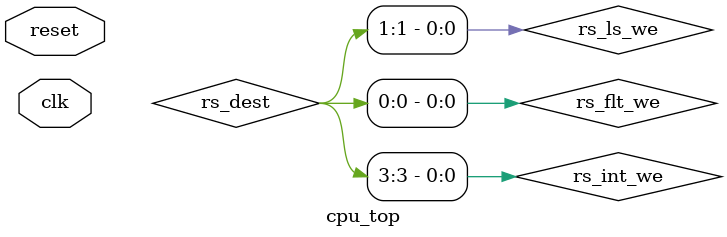
<source format=sv>
`default_nettype none

module cpu_top(clk, reset);
  input wire clk, reset;
  
  logic stall;
  logic [31:0] nextpc;
  logic [31:0] if_pc, if_inst;        // fetch signals
  logic [31:0] dc_pc, dc_inst;        // dispatch signals
  logic [5:0] dc_src1, dc_src2;       // integer register tag
  logic [32:0] arf_data1, arf_data2;  // ARF data
  logic [32:0] rob_data1, rob_data2;  // RRF (@ ROB) data
  logic [32:0] src_data1, src_data2;  // source data
  logic [5:0] arf_tag1, arf_tag2;     // register tag
  logic [5:0] dp_rd;               // register destination
  logic [5:0] rob_free_entry;
  logic arf_we;                       // register write enable
  logic [5:0] commit_dest;            // commit destination
  logic [31:0] commit_data;           // commit data
  logic [3:0] rs_dest;                // reservation station destination
  logic rs_int_we, rs_bj_we, rs_ls_we, rs_flt_we;
  logic rs_int_is_full;
  logic [111:0] dp2rs;
  logic [38:0] dp2rob;
  logic ex_int_en;
  logic [71:0] rs2exe_int;
  logic [37:0] cdb_int;
 
  fetch fc(
    .clk(clk),
    .reset(reset),
    .stall(stall),
    .pc(if_pc),
    .nextpc(nextpc)
  );
  
  instMemory imem(
    .clk(clk),
    .reset(reset),
    .addr(nextpc),
    .inst(if_inst)
  );
  
  pipeifdc ifdc_reg(
    .clk(clk),
    .reset(reset),
    .if_pc(if_pc),
    .if_inst(if_inst),
    .dc_pc(dc_pc),
    .dc_inst(dc_inst)
  );
  
  decode dc_stage(
    .pc(dc_pc),
    .inst(dc_inst),
    .src_reg1(dc_src1),
    .src_reg2(dc_src2),
    .rd_reg(dp_rd),
    .dest_rob(rob_free_entry),
    .src_data1(src_data1),
    .src_data2(src_data2),
    .dp2rob(dp2rob),
    .dp2rs(dp2rs),
    .rs_dest(rs_dest)
  );
  
  registerFile arf(
    .clk(clk),
    .reset(reset),
    .read_reg1(dc_src1),
    .read_reg2(dc_src2), 
    .read_data1(arf_data1),
    .read_data2(arf_data2),
    .read_tag1(arf_tag1),
    .read_tag2(arf_tag2),
    .dp_rd(dp_rd),
    .rob_free_entry(rob_free_entry)
  );
  
  srcSelect srcsel(
    .arf_data1(arf_data1),
    .arf_data2(arf_data2),
    .arf_tag1(arf_tag1),
    .arf_tag2(arf_tag2),
    .rob_data1(rob_data1),
    .rob_data2(rob_data2),
    .src_data1(src_data1),
    .src_data2(src_data2)
  );
  assign {rs_int_we, rs_bj_we, rs_ls_we, rs_flt_we} = rs_dest;
  
  controller ctrl(
    .rs_dest(rs_dest),
    .rs_int_is_full(rs_int_is_full),
    .stall(stall)
  );
  
  rsInteger rs_int(
    .clk(clk),
    .reset(reset),
    .we(rs_int_we),
    .is_full(rs_int_is_full),
    .dp2rs(dp2rs),
    .rs2exe(rs2exe_int),
    .ex_en(ex_int_en),
    .cdb1(cdb_int)
  );
  
  exeInteger ex_int(
    .en(ex_int_en),
    .rs2exe(rs2exe_int),
    .cdb(cdb_int)
  );
  
  reorderBuffer rob(
    .clk(clk),
    .reset(reset),
    .stall(stall),
    .tag1(arf_tag1),
    .tag2(arf_tag2),
    .arf_dest(dp_rd),
    .read_data1(rob_data1),
    .read_data2(rob_data2),
    .dp2rob(dp2rob),
    .free_entry(rob_free_entry),
    .commit_dest(commit_dest),
    .commit_data(commit_data),
    .commit_we(arf_we),
    .cdb_int(cdb_int)
  );
endmodule
`default_nettype wire
</source>
